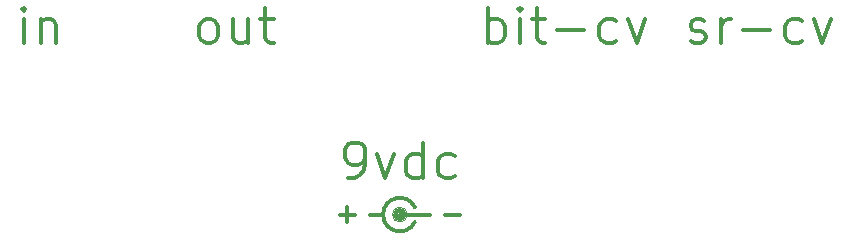
<source format=gbr>
%TF.GenerationSoftware,KiCad,Pcbnew,5.1.6-c6e7f7d~87~ubuntu18.04.1*%
%TF.CreationDate,2020-07-29T17:48:24-04:00*%
%TF.ProjectId,bit_crusher_jack_panel,6269745f-6372-4757-9368-65725f6a6163,rev?*%
%TF.SameCoordinates,Original*%
%TF.FileFunction,Legend,Top*%
%TF.FilePolarity,Positive*%
%FSLAX46Y46*%
G04 Gerber Fmt 4.6, Leading zero omitted, Abs format (unit mm)*
G04 Created by KiCad (PCBNEW 5.1.6-c6e7f7d~87~ubuntu18.04.1) date 2020-07-29 17:48:24*
%MOMM*%
%LPD*%
G01*
G04 APERTURE LIST*
%ADD10C,0.300000*%
%ADD11C,0.120000*%
G04 APERTURE END LIST*
D10*
X112395000Y-56515000D02*
X113030000Y-56515000D01*
X112395000Y-57150000D02*
X112395000Y-56515000D01*
X112395000Y-55880000D02*
X112395000Y-56515000D01*
X111760000Y-56515000D02*
X112395000Y-56515000D01*
X114300000Y-56515000D02*
X115400000Y-56515000D01*
X120650000Y-56515000D02*
X121920000Y-56515000D01*
X116840000Y-56515000D02*
X119380000Y-56515000D01*
D11*
X117363634Y-56515000D02*
G75*
G03*
X117363634Y-56515000I-523634J0D01*
G01*
X117289013Y-56515000D02*
G75*
G03*
X117289013Y-56515000I-449013J0D01*
G01*
X117226255Y-56515000D02*
G75*
G03*
X117226255Y-56515000I-386255J0D01*
G01*
X117163788Y-56515000D02*
G75*
G03*
X117163788Y-56515000I-323788J0D01*
G01*
X117094000Y-56515000D02*
G75*
G03*
X117094000Y-56515000I-254000J0D01*
G01*
X117030500Y-56515000D02*
G75*
G03*
X117030500Y-56515000I-190500J0D01*
G01*
X116967000Y-56515000D02*
G75*
G03*
X116967000Y-56515000I-127000J0D01*
G01*
X116903500Y-56515000D02*
G75*
G03*
X116903500Y-56515000I-63500J0D01*
G01*
D10*
X118110332Y-57149333D02*
G75*
G02*
X118109999Y-55880001I-1270332J634333D01*
G01*
D11*
X117475000Y-56515000D02*
G75*
G03*
X117475000Y-56515000I-635000J0D01*
G01*
D10*
X112482857Y-53427142D02*
X113054285Y-53427142D01*
X113340000Y-53284285D01*
X113482857Y-53141428D01*
X113768571Y-52712857D01*
X113911428Y-52141428D01*
X113911428Y-50998571D01*
X113768571Y-50712857D01*
X113625714Y-50570000D01*
X113340000Y-50427142D01*
X112768571Y-50427142D01*
X112482857Y-50570000D01*
X112340000Y-50712857D01*
X112197142Y-50998571D01*
X112197142Y-51712857D01*
X112340000Y-51998571D01*
X112482857Y-52141428D01*
X112768571Y-52284285D01*
X113340000Y-52284285D01*
X113625714Y-52141428D01*
X113768571Y-51998571D01*
X113911428Y-51712857D01*
X114911428Y-51427142D02*
X115625714Y-53427142D01*
X116340000Y-51427142D01*
X118768571Y-53427142D02*
X118768571Y-50427142D01*
X118768571Y-53284285D02*
X118482857Y-53427142D01*
X117911428Y-53427142D01*
X117625714Y-53284285D01*
X117482857Y-53141428D01*
X117340000Y-52855714D01*
X117340000Y-51998571D01*
X117482857Y-51712857D01*
X117625714Y-51570000D01*
X117911428Y-51427142D01*
X118482857Y-51427142D01*
X118768571Y-51570000D01*
X121482857Y-53284285D02*
X121197142Y-53427142D01*
X120625714Y-53427142D01*
X120340000Y-53284285D01*
X120197142Y-53141428D01*
X120054285Y-52855714D01*
X120054285Y-51998571D01*
X120197142Y-51712857D01*
X120340000Y-51570000D01*
X120625714Y-51427142D01*
X121197142Y-51427142D01*
X121482857Y-51570000D01*
X141462857Y-41854285D02*
X141748571Y-41997142D01*
X142320000Y-41997142D01*
X142605714Y-41854285D01*
X142748571Y-41568571D01*
X142748571Y-41425714D01*
X142605714Y-41140000D01*
X142320000Y-40997142D01*
X141891428Y-40997142D01*
X141605714Y-40854285D01*
X141462857Y-40568571D01*
X141462857Y-40425714D01*
X141605714Y-40140000D01*
X141891428Y-39997142D01*
X142320000Y-39997142D01*
X142605714Y-40140000D01*
X144034285Y-41997142D02*
X144034285Y-39997142D01*
X144034285Y-40568571D02*
X144177142Y-40282857D01*
X144320000Y-40140000D01*
X144605714Y-39997142D01*
X144891428Y-39997142D01*
X145891428Y-40854285D02*
X148177142Y-40854285D01*
X150891428Y-41854285D02*
X150605714Y-41997142D01*
X150034285Y-41997142D01*
X149748571Y-41854285D01*
X149605714Y-41711428D01*
X149462857Y-41425714D01*
X149462857Y-40568571D01*
X149605714Y-40282857D01*
X149748571Y-40140000D01*
X150034285Y-39997142D01*
X150605714Y-39997142D01*
X150891428Y-40140000D01*
X151891428Y-39997142D02*
X152605714Y-41997142D01*
X153320000Y-39997142D01*
X124310000Y-41997142D02*
X124310000Y-38997142D01*
X124310000Y-40140000D02*
X124595714Y-39997142D01*
X125167142Y-39997142D01*
X125452857Y-40140000D01*
X125595714Y-40282857D01*
X125738571Y-40568571D01*
X125738571Y-41425714D01*
X125595714Y-41711428D01*
X125452857Y-41854285D01*
X125167142Y-41997142D01*
X124595714Y-41997142D01*
X124310000Y-41854285D01*
X127024285Y-41997142D02*
X127024285Y-39997142D01*
X127024285Y-38997142D02*
X126881428Y-39140000D01*
X127024285Y-39282857D01*
X127167142Y-39140000D01*
X127024285Y-38997142D01*
X127024285Y-39282857D01*
X128024285Y-39997142D02*
X129167142Y-39997142D01*
X128452857Y-38997142D02*
X128452857Y-41568571D01*
X128595714Y-41854285D01*
X128881428Y-41997142D01*
X129167142Y-41997142D01*
X130167142Y-40854285D02*
X132452857Y-40854285D01*
X135167142Y-41854285D02*
X134881428Y-41997142D01*
X134310000Y-41997142D01*
X134024285Y-41854285D01*
X133881428Y-41711428D01*
X133738571Y-41425714D01*
X133738571Y-40568571D01*
X133881428Y-40282857D01*
X134024285Y-40140000D01*
X134310000Y-39997142D01*
X134881428Y-39997142D01*
X135167142Y-40140000D01*
X136167142Y-39997142D02*
X136881428Y-41997142D01*
X137595714Y-39997142D01*
X100441428Y-41997142D02*
X100155714Y-41854285D01*
X100012857Y-41711428D01*
X99870000Y-41425714D01*
X99870000Y-40568571D01*
X100012857Y-40282857D01*
X100155714Y-40140000D01*
X100441428Y-39997142D01*
X100870000Y-39997142D01*
X101155714Y-40140000D01*
X101298571Y-40282857D01*
X101441428Y-40568571D01*
X101441428Y-41425714D01*
X101298571Y-41711428D01*
X101155714Y-41854285D01*
X100870000Y-41997142D01*
X100441428Y-41997142D01*
X104012857Y-39997142D02*
X104012857Y-41997142D01*
X102727142Y-39997142D02*
X102727142Y-41568571D01*
X102870000Y-41854285D01*
X103155714Y-41997142D01*
X103584285Y-41997142D01*
X103870000Y-41854285D01*
X104012857Y-41711428D01*
X105012857Y-39997142D02*
X106155714Y-39997142D01*
X105441428Y-38997142D02*
X105441428Y-41568571D01*
X105584285Y-41854285D01*
X105870000Y-41997142D01*
X106155714Y-41997142D01*
X85002857Y-41997142D02*
X85002857Y-39997142D01*
X85002857Y-38997142D02*
X84860000Y-39140000D01*
X85002857Y-39282857D01*
X85145714Y-39140000D01*
X85002857Y-38997142D01*
X85002857Y-39282857D01*
X86431428Y-39997142D02*
X86431428Y-41997142D01*
X86431428Y-40282857D02*
X86574285Y-40140000D01*
X86860000Y-39997142D01*
X87288571Y-39997142D01*
X87574285Y-40140000D01*
X87717142Y-40425714D01*
X87717142Y-41997142D01*
M02*

</source>
